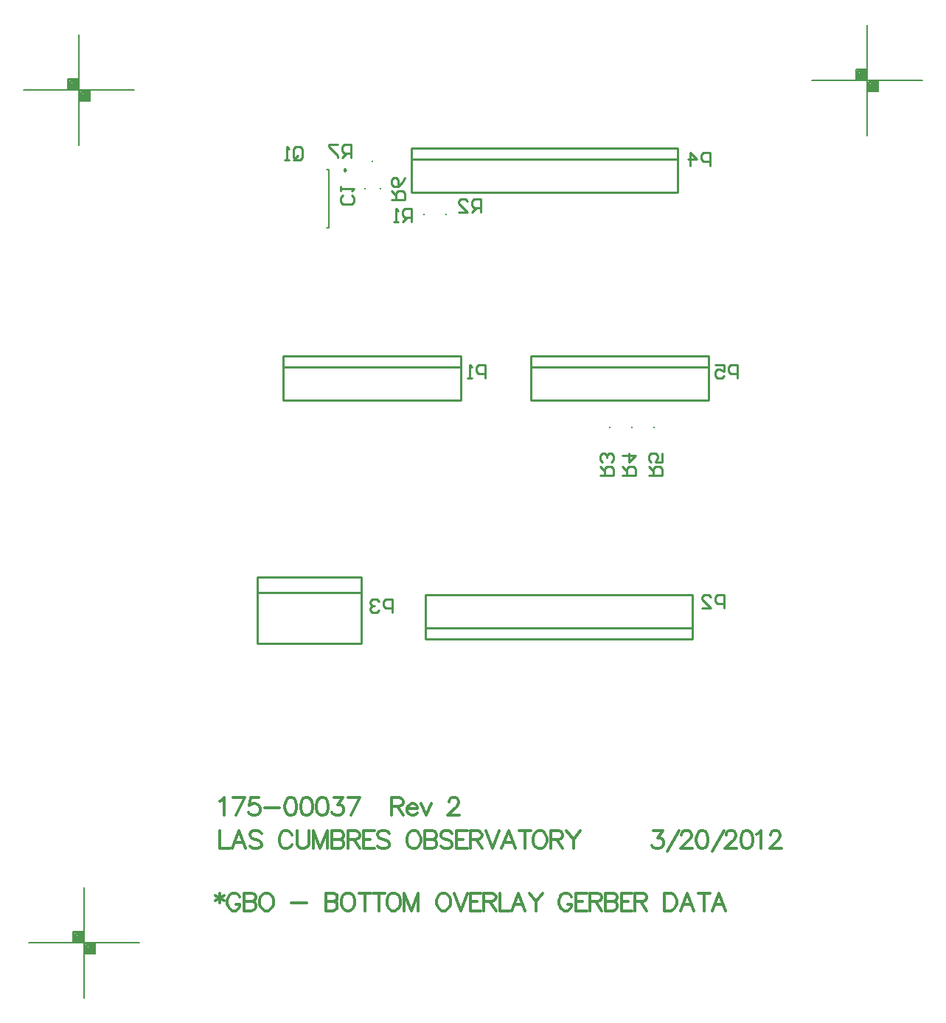
<source format=gbo>
%FSLAX23Y23*%
%MOIN*%
G70*
G01*
G75*
G04 Layer_Color=32896*
%ADD10C,0.010*%
%ADD11C,0.012*%
%ADD12C,0.008*%
%ADD13C,0.012*%
%ADD14C,0.012*%
%ADD15C,0.069*%
%ADD16R,0.069X0.069*%
%ADD17C,0.177*%
%ADD18C,0.059*%
%ADD19R,0.059X0.059*%
%ADD20C,0.120*%
%ADD21R,0.120X0.120*%
%ADD22C,0.020*%
%ADD23C,0.050*%
%ADD24C,0.040*%
%ADD25C,0.087*%
G04:AMPARAMS|DCode=26|XSize=87.244mil|YSize=87.244mil|CornerRadius=0mil|HoleSize=0mil|Usage=FLASHONLY|Rotation=0.000|XOffset=0mil|YOffset=0mil|HoleType=Round|Shape=Relief|Width=10mil|Gap=10mil|Entries=4|*
%AMTHD26*
7,0,0,0.087,0.067,0.010,45*
%
%ADD26THD26*%
%ADD27C,0.162*%
%ADD28C,0.075*%
G04:AMPARAMS|DCode=29|XSize=110mil|YSize=110mil|CornerRadius=0mil|HoleSize=0mil|Usage=FLASHONLY|Rotation=0.000|XOffset=0mil|YOffset=0mil|HoleType=Round|Shape=Relief|Width=10mil|Gap=10mil|Entries=4|*
%AMTHD29*
7,0,0,0.110,0.090,0.010,45*
%
%ADD29THD29*%
%ADD30C,0.110*%
%ADD31C,0.068*%
G04:AMPARAMS|DCode=32|XSize=68mil|YSize=68mil|CornerRadius=0mil|HoleSize=0mil|Usage=FLASHONLY|Rotation=0.000|XOffset=0mil|YOffset=0mil|HoleType=Round|Shape=Relief|Width=10mil|Gap=10mil|Entries=4|*
%AMTHD32*
7,0,0,0.068,0.048,0.010,45*
%
%ADD32THD32*%
%ADD33C,0.005*%
%ADD34R,0.050X0.050*%
%ADD35R,0.272X0.268*%
%ADD36R,0.075X0.037*%
%ADD37R,0.050X0.050*%
%ADD38C,0.020*%
%ADD39R,0.315X0.135*%
%ADD40C,0.077*%
%ADD41R,0.077X0.077*%
%ADD42C,0.185*%
%ADD43C,0.067*%
%ADD44R,0.067X0.067*%
%ADD45C,0.128*%
%ADD46R,0.128X0.128*%
%ADD47C,0.028*%
%ADD48C,0.058*%
%ADD49R,0.888X0.233*%
%ADD50R,0.058X0.058*%
%ADD51R,0.280X0.276*%
%ADD52R,0.083X0.045*%
%ADD53R,0.058X0.058*%
%ADD54C,0.010*%
%ADD55C,0.010*%
%ADD56C,0.008*%
D10*
X45330Y34480D02*
X46535D01*
X45330Y34680D02*
X46535D01*
X45330Y34480D02*
Y34680D01*
X46535Y34480D02*
Y34680D01*
X45330Y34530D02*
X46535D01*
X44685Y35761D02*
X45490D01*
X44685Y35561D02*
X45490D01*
Y35761D01*
X44685Y35561D02*
Y35761D01*
Y35711D02*
X45490D01*
X45805Y35761D02*
X46610D01*
X45805Y35561D02*
X46610D01*
Y35761D01*
X45805Y35561D02*
Y35761D01*
Y35711D02*
X46610D01*
X44648Y34760D02*
X45028D01*
X45038Y34460D02*
Y34740D01*
X44568Y34460D02*
Y34760D01*
X44648D01*
X44568Y34460D02*
X45038D01*
X44568Y34690D02*
X45038D01*
Y34740D02*
Y34760D01*
X45028D02*
X45038D01*
X45265Y36700D02*
X46470D01*
X45265Y36500D02*
X46470D01*
Y36700D01*
X45265Y36500D02*
Y36700D01*
Y36650D02*
X46470D01*
X45600Y35661D02*
Y35721D01*
X45570D01*
X45560Y35711D01*
Y35691D01*
X45570Y35681D01*
X45600D01*
X45540Y35661D02*
X45520D01*
X45530D01*
Y35721D01*
X45540Y35711D01*
X46680Y34621D02*
Y34681D01*
X46650D01*
X46640Y34671D01*
Y34651D01*
X46650Y34641D01*
X46680D01*
X46580Y34621D02*
X46620D01*
X46580Y34661D01*
Y34671D01*
X46590Y34681D01*
X46610D01*
X46620Y34671D01*
X45180Y34601D02*
Y34661D01*
X45150D01*
X45140Y34651D01*
Y34631D01*
X45150Y34621D01*
X45180D01*
X45120Y34651D02*
X45110Y34661D01*
X45090D01*
X45080Y34651D01*
Y34641D01*
X45090Y34631D01*
X45100D01*
X45090D01*
X45080Y34621D01*
Y34611D01*
X45090Y34601D01*
X45110D01*
X45120Y34611D01*
X46616Y36620D02*
Y36680D01*
X46586D01*
X46576Y36670D01*
Y36650D01*
X46586Y36640D01*
X46616D01*
X46526Y36620D02*
Y36680D01*
X46556Y36650D01*
X46516D01*
X46740Y35661D02*
Y35721D01*
X46710D01*
X46700Y35711D01*
Y35691D01*
X46710Y35681D01*
X46740D01*
X46640Y35721D02*
X46680D01*
Y35691D01*
X46660Y35701D01*
X46650D01*
X46640Y35691D01*
Y35671D01*
X46650Y35661D01*
X46670D01*
X46680Y35671D01*
X45264Y36365D02*
Y36425D01*
X45234D01*
X45224Y36415D01*
Y36395D01*
X45234Y36385D01*
X45264D01*
X45244D02*
X45224Y36365D01*
X45204D02*
X45184D01*
X45194D01*
Y36425D01*
X45204Y36415D01*
X45577Y36408D02*
Y36468D01*
X45547D01*
X45537Y36458D01*
Y36438D01*
X45547Y36428D01*
X45577D01*
X45557D02*
X45537Y36408D01*
X45477D02*
X45517D01*
X45477Y36448D01*
Y36458D01*
X45487Y36468D01*
X45507D01*
X45517Y36458D01*
X46120Y35221D02*
X46180D01*
Y35251D01*
X46170Y35261D01*
X46150D01*
X46140Y35251D01*
Y35221D01*
Y35241D02*
X46120Y35261D01*
X46170Y35281D02*
X46180Y35291D01*
Y35311D01*
X46170Y35321D01*
X46160D01*
X46150Y35311D01*
Y35301D01*
Y35311D01*
X46140Y35321D01*
X46130D01*
X46120Y35311D01*
Y35291D01*
X46130Y35281D01*
X46220Y35221D02*
X46280D01*
Y35251D01*
X46270Y35261D01*
X46250D01*
X46240Y35251D01*
Y35221D01*
Y35241D02*
X46220Y35261D01*
Y35311D02*
X46280D01*
X46250Y35281D01*
Y35321D01*
X46340Y35221D02*
X46400D01*
Y35251D01*
X46390Y35261D01*
X46370D01*
X46360Y35251D01*
Y35221D01*
Y35241D02*
X46340Y35261D01*
X46400Y35321D02*
Y35281D01*
X46370D01*
X46380Y35301D01*
Y35311D01*
X46370Y35321D01*
X46350D01*
X46340Y35311D01*
Y35291D01*
X46350Y35281D01*
X44994Y36486D02*
X45004Y36476D01*
Y36456D01*
X44994Y36446D01*
X44954D01*
X44944Y36456D01*
Y36476D01*
X44954Y36486D01*
X44944Y36506D02*
Y36526D01*
Y36516D01*
X45004D01*
X44994Y36506D01*
X44733Y36655D02*
Y36695D01*
X44743Y36705D01*
X44763D01*
X44773Y36695D01*
Y36655D01*
X44763Y36645D01*
X44743D01*
X44753Y36665D02*
X44733Y36645D01*
X44743D02*
X44733Y36655D01*
X44713Y36645D02*
X44693D01*
X44703D01*
Y36705D01*
X44713Y36695D01*
X45176Y36465D02*
X45236D01*
Y36495D01*
X45226Y36505D01*
X45206D01*
X45196Y36495D01*
Y36465D01*
Y36485D02*
X45176Y36505D01*
X45236Y36565D02*
X45226Y36545D01*
X45206Y36525D01*
X45186D01*
X45176Y36535D01*
Y36555D01*
X45186Y36565D01*
X45196D01*
X45206Y36555D01*
Y36525D01*
X44991Y36655D02*
Y36715D01*
X44961D01*
X44951Y36705D01*
Y36685D01*
X44961Y36675D01*
X44991D01*
X44971D02*
X44951Y36655D01*
X44931Y36715D02*
X44891D01*
Y36705D01*
X44931Y36665D01*
Y36655D01*
D11*
X44398Y33331D02*
Y33285D01*
X44378Y33320D02*
X44417Y33297D01*
Y33320D02*
X44378Y33297D01*
X44490Y33312D02*
X44486Y33320D01*
X44479Y33327D01*
X44471Y33331D01*
X44456D01*
X44448Y33327D01*
X44441Y33320D01*
X44437Y33312D01*
X44433Y33301D01*
Y33281D01*
X44437Y33270D01*
X44441Y33262D01*
X44448Y33255D01*
X44456Y33251D01*
X44471D01*
X44479Y33255D01*
X44486Y33262D01*
X44490Y33270D01*
Y33281D01*
X44471D02*
X44490D01*
X44508Y33331D02*
Y33251D01*
Y33331D02*
X44543D01*
X44554Y33327D01*
X44558Y33323D01*
X44562Y33316D01*
Y33308D01*
X44558Y33301D01*
X44554Y33297D01*
X44543Y33293D01*
X44508D02*
X44543D01*
X44554Y33289D01*
X44558Y33285D01*
X44562Y33278D01*
Y33266D01*
X44558Y33259D01*
X44554Y33255D01*
X44543Y33251D01*
X44508D01*
X44602Y33331D02*
X44595Y33327D01*
X44587Y33320D01*
X44583Y33312D01*
X44580Y33301D01*
Y33281D01*
X44583Y33270D01*
X44587Y33262D01*
X44595Y33255D01*
X44602Y33251D01*
X44618D01*
X44625Y33255D01*
X44633Y33262D01*
X44637Y33270D01*
X44641Y33281D01*
Y33301D01*
X44637Y33312D01*
X44633Y33320D01*
X44625Y33327D01*
X44618Y33331D01*
X44602D01*
X44722Y33285D02*
X44791D01*
X44877Y33331D02*
Y33251D01*
Y33331D02*
X44911D01*
X44923Y33327D01*
X44927Y33323D01*
X44930Y33316D01*
Y33308D01*
X44927Y33301D01*
X44923Y33297D01*
X44911Y33293D01*
X44877D02*
X44911D01*
X44923Y33289D01*
X44927Y33285D01*
X44930Y33278D01*
Y33266D01*
X44927Y33259D01*
X44923Y33255D01*
X44911Y33251D01*
X44877D01*
X44971Y33331D02*
X44963Y33327D01*
X44956Y33320D01*
X44952Y33312D01*
X44948Y33301D01*
Y33281D01*
X44952Y33270D01*
X44956Y33262D01*
X44963Y33255D01*
X44971Y33251D01*
X44986D01*
X44994Y33255D01*
X45002Y33262D01*
X45005Y33270D01*
X45009Y33281D01*
Y33301D01*
X45005Y33312D01*
X45002Y33320D01*
X44994Y33327D01*
X44986Y33331D01*
X44971D01*
X45055D02*
Y33251D01*
X45028Y33331D02*
X45081D01*
X45117D02*
Y33251D01*
X45091Y33331D02*
X45144D01*
X45176D02*
X45169Y33327D01*
X45161Y33320D01*
X45157Y33312D01*
X45154Y33301D01*
Y33281D01*
X45157Y33270D01*
X45161Y33262D01*
X45169Y33255D01*
X45176Y33251D01*
X45192D01*
X45199Y33255D01*
X45207Y33262D01*
X45211Y33270D01*
X45214Y33281D01*
Y33301D01*
X45211Y33312D01*
X45207Y33320D01*
X45199Y33327D01*
X45192Y33331D01*
X45176D01*
X45233D02*
Y33251D01*
Y33331D02*
X45264Y33251D01*
X45294Y33331D02*
X45264Y33251D01*
X45294Y33331D02*
Y33251D01*
X45403Y33331D02*
X45395Y33327D01*
X45387Y33320D01*
X45384Y33312D01*
X45380Y33301D01*
Y33281D01*
X45384Y33270D01*
X45387Y33262D01*
X45395Y33255D01*
X45403Y33251D01*
X45418D01*
X45425Y33255D01*
X45433Y33262D01*
X45437Y33270D01*
X45441Y33281D01*
Y33301D01*
X45437Y33312D01*
X45433Y33320D01*
X45425Y33327D01*
X45418Y33331D01*
X45403D01*
X45459D02*
X45490Y33251D01*
X45520Y33331D02*
X45490Y33251D01*
X45580Y33331D02*
X45531D01*
Y33251D01*
X45580D01*
X45531Y33293D02*
X45561D01*
X45593Y33331D02*
Y33251D01*
Y33331D02*
X45628D01*
X45639Y33327D01*
X45643Y33323D01*
X45647Y33316D01*
Y33308D01*
X45643Y33301D01*
X45639Y33297D01*
X45628Y33293D01*
X45593D01*
X45620D02*
X45647Y33251D01*
X45665Y33331D02*
Y33251D01*
X45710D01*
X45780D02*
X45750Y33331D01*
X45719Y33251D01*
X45731Y33278D02*
X45769D01*
X45799Y33331D02*
X45829Y33293D01*
Y33251D01*
X45860Y33331D02*
X45829Y33293D01*
X45990Y33312D02*
X45986Y33320D01*
X45979Y33327D01*
X45971Y33331D01*
X45956D01*
X45948Y33327D01*
X45940Y33320D01*
X45937Y33312D01*
X45933Y33301D01*
Y33281D01*
X45937Y33270D01*
X45940Y33262D01*
X45948Y33255D01*
X45956Y33251D01*
X45971D01*
X45979Y33255D01*
X45986Y33262D01*
X45990Y33270D01*
Y33281D01*
X45971D02*
X45990D01*
X46058Y33331D02*
X46008D01*
Y33251D01*
X46058D01*
X46008Y33293D02*
X46039D01*
X46071Y33331D02*
Y33251D01*
Y33331D02*
X46105D01*
X46117Y33327D01*
X46121Y33323D01*
X46124Y33316D01*
Y33308D01*
X46121Y33301D01*
X46117Y33297D01*
X46105Y33293D01*
X46071D01*
X46098D02*
X46124Y33251D01*
X46142Y33331D02*
Y33251D01*
Y33331D02*
X46177D01*
X46188Y33327D01*
X46192Y33323D01*
X46196Y33316D01*
Y33308D01*
X46192Y33301D01*
X46188Y33297D01*
X46177Y33293D01*
X46142D02*
X46177D01*
X46188Y33289D01*
X46192Y33285D01*
X46196Y33278D01*
Y33266D01*
X46192Y33259D01*
X46188Y33255D01*
X46177Y33251D01*
X46142D01*
X46263Y33331D02*
X46214D01*
Y33251D01*
X46263D01*
X46214Y33293D02*
X46244D01*
X46276Y33331D02*
Y33251D01*
Y33331D02*
X46311D01*
X46322Y33327D01*
X46326Y33323D01*
X46330Y33316D01*
Y33308D01*
X46326Y33301D01*
X46322Y33297D01*
X46311Y33293D01*
X46276D01*
X46303D02*
X46330Y33251D01*
X46410Y33331D02*
Y33251D01*
Y33331D02*
X46437D01*
X46448Y33327D01*
X46456Y33320D01*
X46460Y33312D01*
X46464Y33301D01*
Y33281D01*
X46460Y33270D01*
X46456Y33262D01*
X46448Y33255D01*
X46437Y33251D01*
X46410D01*
X46543D02*
X46512Y33331D01*
X46482Y33251D01*
X46493Y33278D02*
X46531D01*
X46588Y33331D02*
Y33251D01*
X46561Y33331D02*
X46615D01*
X46685Y33251D02*
X46655Y33331D01*
X46624Y33251D01*
X46636Y33278D02*
X46674D01*
D12*
X47076Y37005D02*
X47576D01*
X47326Y36755D02*
Y37255D01*
X47376Y36955D02*
Y37005D01*
X47326Y36955D02*
X47376D01*
X47276Y37005D02*
Y37055D01*
X47326D01*
X47281Y37010D02*
X47321D01*
X47281D02*
Y37050D01*
X47321D01*
Y37010D02*
Y37050D01*
X47286Y37015D02*
X47316D01*
X47286D02*
Y37045D01*
X47316D01*
Y37020D02*
Y37045D01*
X47291Y37020D02*
X47311D01*
X47291D02*
Y37040D01*
X47311D01*
Y37025D02*
Y37040D01*
X47296Y37025D02*
X47306D01*
X47296D02*
Y37035D01*
X47306D01*
Y37025D02*
Y37035D01*
X47296Y37030D02*
X47306D01*
X47331Y36960D02*
X47371D01*
X47331D02*
Y37000D01*
X47371D01*
Y36960D02*
Y37000D01*
X47336Y36965D02*
X47366D01*
X47336D02*
Y36995D01*
X47366D01*
Y36970D02*
Y36995D01*
X47341Y36970D02*
X47361D01*
X47341D02*
Y36990D01*
X47361D01*
Y36975D02*
Y36990D01*
X47346Y36975D02*
X47356D01*
X47346D02*
Y36985D01*
X47356D01*
Y36975D02*
Y36985D01*
X47346Y36980D02*
X47356D01*
X43511Y36964D02*
X44011D01*
X43761Y36714D02*
Y37214D01*
X43811Y36914D02*
Y36964D01*
X43761Y36914D02*
X43811D01*
X43711Y36964D02*
Y37014D01*
X43761D01*
X43716Y36969D02*
X43756D01*
X43716D02*
Y37009D01*
X43756D01*
Y36969D02*
Y37009D01*
X43721Y36974D02*
X43751D01*
X43721D02*
Y37004D01*
X43751D01*
Y36979D02*
Y37004D01*
X43726Y36979D02*
X43746D01*
X43726D02*
Y36999D01*
X43746D01*
Y36984D02*
Y36999D01*
X43731Y36984D02*
X43741D01*
X43731D02*
Y36994D01*
X43741D01*
Y36984D02*
Y36994D01*
X43731Y36989D02*
X43741D01*
X43766Y36919D02*
X43806D01*
X43766D02*
Y36959D01*
X43806D01*
Y36919D02*
Y36959D01*
X43771Y36924D02*
X43801D01*
X43771D02*
Y36954D01*
X43801D01*
Y36929D02*
Y36954D01*
X43776Y36929D02*
X43796D01*
X43776D02*
Y36949D01*
X43796D01*
Y36934D02*
Y36949D01*
X43781Y36934D02*
X43791D01*
X43781D02*
Y36944D01*
X43791D01*
Y36934D02*
Y36944D01*
X43781Y36939D02*
X43791D01*
X43534Y33107D02*
X44034D01*
X43784Y32857D02*
Y33357D01*
X43834Y33057D02*
Y33107D01*
X43784Y33057D02*
X43834D01*
X43734Y33107D02*
Y33157D01*
X43784D01*
X43739Y33112D02*
X43779D01*
X43739D02*
Y33152D01*
X43779D01*
Y33112D02*
Y33152D01*
X43744Y33117D02*
X43774D01*
X43744D02*
Y33147D01*
X43774D01*
Y33122D02*
Y33147D01*
X43749Y33122D02*
X43769D01*
X43749D02*
Y33142D01*
X43769D01*
Y33127D02*
Y33142D01*
X43754Y33127D02*
X43764D01*
X43754D02*
Y33137D01*
X43764D01*
Y33127D02*
Y33137D01*
X43754Y33132D02*
X43764D01*
X43789Y33062D02*
X43829D01*
X43789D02*
Y33102D01*
X43829D01*
Y33062D02*
Y33102D01*
X43794Y33067D02*
X43824D01*
X43794D02*
Y33097D01*
X43824D01*
Y33072D02*
Y33097D01*
X43799Y33072D02*
X43819D01*
X43799D02*
Y33092D01*
X43819D01*
Y33077D02*
Y33092D01*
X43804Y33077D02*
X43814D01*
X43804D02*
Y33087D01*
X43814D01*
Y33077D02*
Y33087D01*
X43804Y33082D02*
X43814D01*
D13*
X44399Y33746D02*
X44407Y33750D01*
X44419Y33762D01*
Y33682D01*
X44511Y33762D02*
X44473Y33682D01*
X44458Y33762D02*
X44511D01*
X44575D02*
X44537D01*
X44533Y33727D01*
X44537Y33731D01*
X44548Y33735D01*
X44560D01*
X44571Y33731D01*
X44579Y33724D01*
X44583Y33712D01*
Y33704D01*
X44579Y33693D01*
X44571Y33685D01*
X44560Y33682D01*
X44548D01*
X44537Y33685D01*
X44533Y33689D01*
X44529Y33697D01*
X44601Y33716D02*
X44669D01*
X44716Y33762D02*
X44704Y33758D01*
X44697Y33746D01*
X44693Y33727D01*
Y33716D01*
X44697Y33697D01*
X44704Y33685D01*
X44716Y33682D01*
X44723D01*
X44735Y33685D01*
X44742Y33697D01*
X44746Y33716D01*
Y33727D01*
X44742Y33746D01*
X44735Y33758D01*
X44723Y33762D01*
X44716D01*
X44787D02*
X44775Y33758D01*
X44768Y33746D01*
X44764Y33727D01*
Y33716D01*
X44768Y33697D01*
X44775Y33685D01*
X44787Y33682D01*
X44794D01*
X44806Y33685D01*
X44814Y33697D01*
X44817Y33716D01*
Y33727D01*
X44814Y33746D01*
X44806Y33758D01*
X44794Y33762D01*
X44787D01*
X44858D02*
X44847Y33758D01*
X44839Y33746D01*
X44835Y33727D01*
Y33716D01*
X44839Y33697D01*
X44847Y33685D01*
X44858Y33682D01*
X44866D01*
X44877Y33685D01*
X44885Y33697D01*
X44889Y33716D01*
Y33727D01*
X44885Y33746D01*
X44877Y33758D01*
X44866Y33762D01*
X44858D01*
X44914D02*
X44956D01*
X44933Y33731D01*
X44945D01*
X44952Y33727D01*
X44956Y33724D01*
X44960Y33712D01*
Y33704D01*
X44956Y33693D01*
X44948Y33685D01*
X44937Y33682D01*
X44925D01*
X44914Y33685D01*
X44910Y33689D01*
X44906Y33697D01*
X45031Y33762D02*
X44993Y33682D01*
X44978Y33762D02*
X45031D01*
X45175D02*
Y33682D01*
Y33762D02*
X45209D01*
X45220Y33758D01*
X45224Y33754D01*
X45228Y33746D01*
Y33739D01*
X45224Y33731D01*
X45220Y33727D01*
X45209Y33724D01*
X45175D01*
X45201D02*
X45228Y33682D01*
X45246Y33712D02*
X45291D01*
Y33720D01*
X45288Y33727D01*
X45284Y33731D01*
X45276Y33735D01*
X45265D01*
X45257Y33731D01*
X45250Y33724D01*
X45246Y33712D01*
Y33704D01*
X45250Y33693D01*
X45257Y33685D01*
X45265Y33682D01*
X45276D01*
X45284Y33685D01*
X45291Y33693D01*
X45309Y33735D02*
X45331Y33682D01*
X45354Y33735D02*
X45331Y33682D01*
X45434Y33743D02*
Y33746D01*
X45438Y33754D01*
X45442Y33758D01*
X45449Y33762D01*
X45464D01*
X45472Y33758D01*
X45476Y33754D01*
X45480Y33746D01*
Y33739D01*
X45476Y33731D01*
X45468Y33720D01*
X45430Y33682D01*
X45483D01*
D14*
X44399Y33612D02*
Y33532D01*
X44445D01*
X44515D02*
X44484Y33612D01*
X44454Y33532D01*
X44465Y33558D02*
X44503D01*
X44587Y33600D02*
X44579Y33608D01*
X44568Y33612D01*
X44553D01*
X44541Y33608D01*
X44534Y33600D01*
Y33593D01*
X44537Y33585D01*
X44541Y33581D01*
X44549Y33577D01*
X44572Y33570D01*
X44579Y33566D01*
X44583Y33562D01*
X44587Y33554D01*
Y33543D01*
X44579Y33535D01*
X44568Y33532D01*
X44553D01*
X44541Y33535D01*
X44534Y33543D01*
X44725Y33593D02*
X44721Y33600D01*
X44713Y33608D01*
X44706Y33612D01*
X44690D01*
X44683Y33608D01*
X44675Y33600D01*
X44671Y33593D01*
X44668Y33581D01*
Y33562D01*
X44671Y33551D01*
X44675Y33543D01*
X44683Y33535D01*
X44690Y33532D01*
X44706D01*
X44713Y33535D01*
X44721Y33543D01*
X44725Y33551D01*
X44747Y33612D02*
Y33554D01*
X44751Y33543D01*
X44759Y33535D01*
X44770Y33532D01*
X44778D01*
X44789Y33535D01*
X44797Y33543D01*
X44801Y33554D01*
Y33612D01*
X44823D02*
Y33532D01*
Y33612D02*
X44853Y33532D01*
X44884Y33612D02*
X44853Y33532D01*
X44884Y33612D02*
Y33532D01*
X44906Y33612D02*
Y33532D01*
Y33612D02*
X44941D01*
X44952Y33608D01*
X44956Y33604D01*
X44960Y33596D01*
Y33589D01*
X44956Y33581D01*
X44952Y33577D01*
X44941Y33573D01*
X44906D02*
X44941D01*
X44952Y33570D01*
X44956Y33566D01*
X44960Y33558D01*
Y33547D01*
X44956Y33539D01*
X44952Y33535D01*
X44941Y33532D01*
X44906D01*
X44978Y33612D02*
Y33532D01*
Y33612D02*
X45012D01*
X45023Y33608D01*
X45027Y33604D01*
X45031Y33596D01*
Y33589D01*
X45027Y33581D01*
X45023Y33577D01*
X45012Y33573D01*
X44978D01*
X45004D02*
X45031Y33532D01*
X45098Y33612D02*
X45049D01*
Y33532D01*
X45098D01*
X45049Y33573D02*
X45079D01*
X45165Y33600D02*
X45157Y33608D01*
X45146Y33612D01*
X45131D01*
X45119Y33608D01*
X45112Y33600D01*
Y33593D01*
X45116Y33585D01*
X45119Y33581D01*
X45127Y33577D01*
X45150Y33570D01*
X45157Y33566D01*
X45161Y33562D01*
X45165Y33554D01*
Y33543D01*
X45157Y33535D01*
X45146Y33532D01*
X45131D01*
X45119Y33535D01*
X45112Y33543D01*
X45269Y33612D02*
X45261Y33608D01*
X45253Y33600D01*
X45250Y33593D01*
X45246Y33581D01*
Y33562D01*
X45250Y33551D01*
X45253Y33543D01*
X45261Y33535D01*
X45269Y33532D01*
X45284D01*
X45291Y33535D01*
X45299Y33543D01*
X45303Y33551D01*
X45307Y33562D01*
Y33581D01*
X45303Y33593D01*
X45299Y33600D01*
X45291Y33608D01*
X45284Y33612D01*
X45269D01*
X45325D02*
Y33532D01*
Y33612D02*
X45360D01*
X45371Y33608D01*
X45375Y33604D01*
X45379Y33596D01*
Y33589D01*
X45375Y33581D01*
X45371Y33577D01*
X45360Y33573D01*
X45325D02*
X45360D01*
X45371Y33570D01*
X45375Y33566D01*
X45379Y33558D01*
Y33547D01*
X45375Y33539D01*
X45371Y33535D01*
X45360Y33532D01*
X45325D01*
X45450Y33600D02*
X45442Y33608D01*
X45431Y33612D01*
X45416D01*
X45404Y33608D01*
X45397Y33600D01*
Y33593D01*
X45400Y33585D01*
X45404Y33581D01*
X45412Y33577D01*
X45435Y33570D01*
X45442Y33566D01*
X45446Y33562D01*
X45450Y33554D01*
Y33543D01*
X45442Y33535D01*
X45431Y33532D01*
X45416D01*
X45404Y33535D01*
X45397Y33543D01*
X45517Y33612D02*
X45468D01*
Y33532D01*
X45517D01*
X45468Y33573D02*
X45498D01*
X45531Y33612D02*
Y33532D01*
Y33612D02*
X45565D01*
X45576Y33608D01*
X45580Y33604D01*
X45584Y33596D01*
Y33589D01*
X45580Y33581D01*
X45576Y33577D01*
X45565Y33573D01*
X45531D01*
X45557D02*
X45584Y33532D01*
X45602Y33612D02*
X45632Y33532D01*
X45663Y33612D02*
X45632Y33532D01*
X45734D02*
X45704Y33612D01*
X45673Y33532D01*
X45685Y33558D02*
X45723D01*
X45779Y33612D02*
Y33532D01*
X45753Y33612D02*
X45806D01*
X45838D02*
X45831Y33608D01*
X45823Y33600D01*
X45819Y33593D01*
X45816Y33581D01*
Y33562D01*
X45819Y33551D01*
X45823Y33543D01*
X45831Y33535D01*
X45838Y33532D01*
X45854D01*
X45861Y33535D01*
X45869Y33543D01*
X45873Y33551D01*
X45877Y33562D01*
Y33581D01*
X45873Y33593D01*
X45869Y33600D01*
X45861Y33608D01*
X45854Y33612D01*
X45838D01*
X45895D02*
Y33532D01*
Y33612D02*
X45929D01*
X45941Y33608D01*
X45945Y33604D01*
X45948Y33596D01*
Y33589D01*
X45945Y33581D01*
X45941Y33577D01*
X45929Y33573D01*
X45895D01*
X45922D02*
X45948Y33532D01*
X45966Y33612D02*
X45997Y33573D01*
Y33532D01*
X46027Y33612D02*
X45997Y33573D01*
X46359Y33612D02*
X46401D01*
X46379Y33581D01*
X46390D01*
X46398Y33577D01*
X46401Y33573D01*
X46405Y33562D01*
Y33554D01*
X46401Y33543D01*
X46394Y33535D01*
X46382Y33532D01*
X46371D01*
X46359Y33535D01*
X46356Y33539D01*
X46352Y33547D01*
X46423Y33520D02*
X46476Y33612D01*
X46486Y33593D02*
Y33596D01*
X46489Y33604D01*
X46493Y33608D01*
X46501Y33612D01*
X46516D01*
X46524Y33608D01*
X46527Y33604D01*
X46531Y33596D01*
Y33589D01*
X46527Y33581D01*
X46520Y33570D01*
X46482Y33532D01*
X46535D01*
X46576Y33612D02*
X46564Y33608D01*
X46557Y33596D01*
X46553Y33577D01*
Y33566D01*
X46557Y33547D01*
X46564Y33535D01*
X46576Y33532D01*
X46583D01*
X46595Y33535D01*
X46602Y33547D01*
X46606Y33566D01*
Y33577D01*
X46602Y33596D01*
X46595Y33608D01*
X46583Y33612D01*
X46576D01*
X46624Y33520D02*
X46677Y33612D01*
X46687Y33593D02*
Y33596D01*
X46690Y33604D01*
X46694Y33608D01*
X46702Y33612D01*
X46717D01*
X46725Y33608D01*
X46729Y33604D01*
X46732Y33596D01*
Y33589D01*
X46729Y33581D01*
X46721Y33570D01*
X46683Y33532D01*
X46736D01*
X46777Y33612D02*
X46765Y33608D01*
X46758Y33596D01*
X46754Y33577D01*
Y33566D01*
X46758Y33547D01*
X46765Y33535D01*
X46777Y33532D01*
X46785D01*
X46796Y33535D01*
X46804Y33547D01*
X46807Y33566D01*
Y33577D01*
X46804Y33596D01*
X46796Y33608D01*
X46785Y33612D01*
X46777D01*
X46825Y33596D02*
X46833Y33600D01*
X46844Y33612D01*
Y33532D01*
X46888Y33593D02*
Y33596D01*
X46892Y33604D01*
X46895Y33608D01*
X46903Y33612D01*
X46918D01*
X46926Y33608D01*
X46930Y33604D01*
X46933Y33596D01*
Y33589D01*
X46930Y33581D01*
X46922Y33570D01*
X46884Y33532D01*
X46937D01*
D54*
X46161Y35435D02*
D03*
X46261D02*
D03*
X46361D02*
D03*
X45421Y36400D02*
D03*
X45321D02*
D03*
X45124Y36517D02*
D03*
X45087Y36641D02*
D03*
X45055Y36515D02*
D03*
D55*
X44969Y36601D02*
X44962Y36605D01*
Y36596D01*
X44969Y36601D01*
D56*
X44881Y36339D02*
X44891D01*
Y36602D01*
X44881D02*
X44891D01*
M02*

</source>
